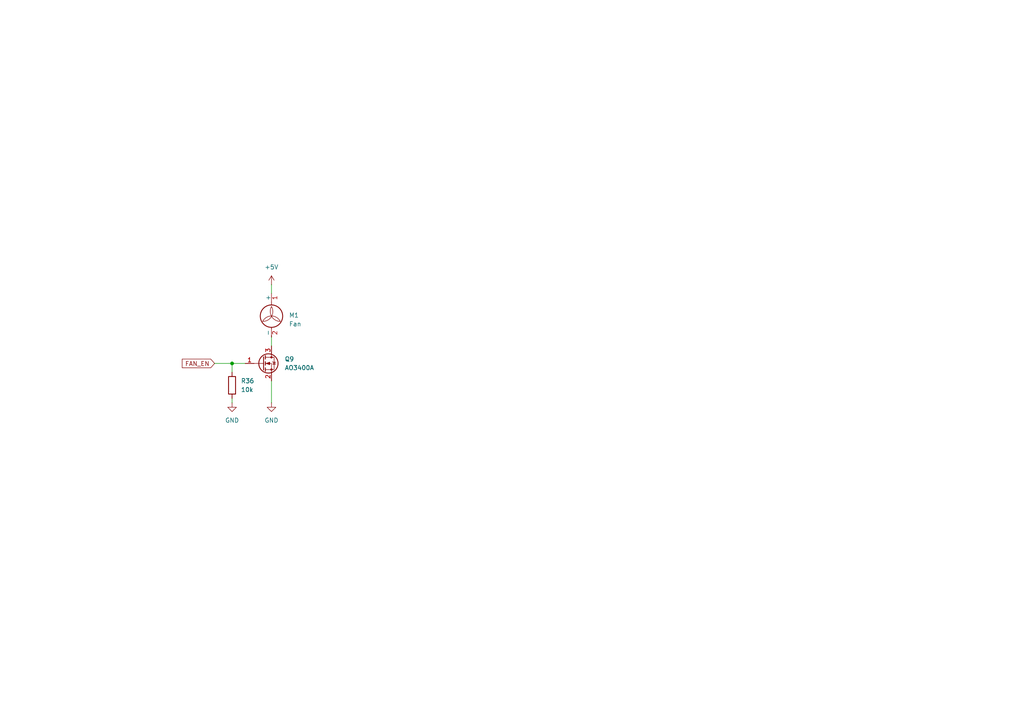
<source format=kicad_sch>
(kicad_sch (version 20231120) (generator "eeschema") (generator_version "8.0")
  (paper "A4")
  (lib_symbols
    (symbol "Device:R" (pin_numbers hide) (pin_names (offset 0))
      (property "Reference" "R" (at 2.032 0 90))
      (property "Value" "R" (at 0 0 90))
      (symbol "R_0_1"
        (rectangle (start -1.016 -2.54) (end 1.016 2.54) (stroke (width 0.254)))
      )
      (symbol "R_1_1"
        (pin passive line (at 0 3.81 270) (length 1.27) (name "~") (number "1"))
        (pin passive line (at 0 -3.81 90) (length 1.27) (name "~") (number "2"))
      )
    )
    (symbol "Motor:Fan" (pin_names (offset 0))
      (property "Reference" "M" (at 2.54 5.08 0))
      (property "Value" "Fan" (at 2.54 -2.54 0))
      (symbol "Fan_0_1"
        (arc (start -2.54 -0.508) (mid 0.0028 0.9121) (end 0 3.81))
        (polyline (pts (xy 0 -5.08) (xy 0 -4.572)))
        (polyline (pts (xy 0 -2.2352) (xy 0 -2.6416)))
        (polyline (pts (xy 0 4.2672) (xy 0 4.6228)))
        (polyline (pts (xy 0 4.572) (xy 0 5.08)))
        (circle (center 0 1.016) (radius 3.2512) (stroke (width 0.254)))
        (arc (start 0 3.81) (mid 0.053 0.921) (end 2.54 -0.508))
        (arc (start 2.54 -0.508) (mid 0 1.0618) (end -2.54 -0.508))
      )
      (symbol "Fan_1_1"
        (pin passive line (at 0 7.62 270) (length 2.54) (name "+") (number "1"))
        (pin passive line (at 0 -5.08 90) (length 2.54) (name "-") (number "2"))
      )
    )
    (symbol "Transistor_FET:AO3400A" (pin_names hide)
      (property "Reference" "Q" (at 5.08 1.905 0))
      (property "Value" "AO3400A" (at 5.08 0 0))
      (symbol "AO3400A_0_1"
        (polyline (pts (xy 0.254 0) (xy -2.54 0)))
        (polyline (pts (xy 0.254 1.905) (xy 0.254 -1.905)) (stroke (width 0.254)))
        (polyline (pts (xy 0.762 -1.27) (xy 0.762 -2.286)) (stroke (width 0.254)))
        (polyline (pts (xy 0.762 0.508) (xy 0.762 -0.508)) (stroke (width 0.254)))
        (polyline (pts (xy 0.762 2.286) (xy 0.762 1.27)) (stroke (width 0.254)))
        (polyline (pts (xy 2.54 2.54) (xy 2.54 1.778)))
        (polyline (pts (xy 2.54 -2.54) (xy 2.54 0) (xy 0.762 0)))
        (polyline (pts (xy 0.762 -1.778) (xy 3.302 -1.778) (xy 3.302 1.778) (xy 0.762 1.778)))
        (polyline (pts (xy 1.016 0) (xy 2.032 0.381) (xy 2.032 -0.381) (xy 1.016 0)) (fill (type outline)))
        (polyline (pts (xy 2.794 0.508) (xy 2.921 0.381) (xy 3.683 0.381) (xy 3.81 0.254)))
        (polyline (pts (xy 3.302 0.381) (xy 2.921 -0.254) (xy 3.683 -0.254) (xy 3.302 0.381)))
        (circle (center 1.651 0) (radius 2.794) (stroke (width 0.254)))
        (circle (center 2.54 -1.778) (radius 0.254) (fill (type outline)))
        (circle (center 2.54 1.778) (radius 0.254) (fill (type outline)))
      )
      (symbol "AO3400A_1_1"
        (pin input line (at -5.08 0 0) (length 2.54) (name "G") (number "1"))
        (pin passive line (at 2.54 -5.08 90) (length 2.54) (name "S") (number "2"))
        (pin passive line (at 2.54 5.08 270) (length 2.54) (name "D") (number "3"))
      )
    )
    (symbol "power:+5V" (power) (pin_numbers hide) (pin_names (offset 0) hide)
      (property "Value" "+5V" (at 0 3.556 0))
      (symbol "+5V_0_1"
        (polyline (pts (xy -0.762 1.27) (xy 0 2.54)))
        (polyline (pts (xy 0 0) (xy 0 2.54)))
        (polyline (pts (xy 0 2.54) (xy 0.762 1.27)))
      )
      (symbol "+5V_1_1"
        (pin power_in line (at 0 0 90) (length 0) (name "~") (number "1"))
      )
    )
    (symbol "power:GND" (power) (pin_numbers hide) (pin_names (offset 0) hide)
      (property "Value" "GND" (at 0 -3.81 0))
      (symbol "GND_0_1"
        (polyline (pts (xy 0 0) (xy 0 -1.27) (xy 1.27 -1.27) (xy 0 -2.54) (xy -1.27 -1.27) (xy 0 -1.27)))
      )
      (symbol "GND_1_1"
        (pin power_in line (at 0 0 270) (length 0) (name "~") (number "1"))
      )
    )
  )
  (junction (at 67.31 105.41))
  (wire (pts (xy 67.31 105.41) (xy 71.12 105.41)))
  (wire (pts (xy 78.74 82.55) (xy 78.74 85.09)))
  (wire (pts (xy 67.31 115.57) (xy 67.31 116.84)))
  (wire (pts (xy 62.23 105.41) (xy 67.31 105.41)))
  (wire (pts (xy 78.74 97.79) (xy 78.74 100.33)))
  (wire (pts (xy 67.31 107.95) (xy 67.31 105.41)))
  (wire (pts (xy 78.74 110.49) (xy 78.74 116.84)))
  (global_label "FAN_EN" (shape input) (at 62.23 105.41 180) (property "Intersheetrefs" "${INTERSHEET_REFS}" (effects (hide yes))))
  (symbol (lib_id "power:GND") (at 78.74 116.84 0) (unit 1)
    (property "Reference" "#PWR066" (effects (hide yes)))
    (property "Value" "GND" (at 78.74 121.92 0))
    (property "Description" "Power symbol creates a global label with name \"GND\" , ground" (effects (hide yes)))
  )
  (symbol (lib_id "Transistor_FET:AO3400A") (at 76.2 105.41 0) (unit 1)
    (property "Reference" "Q9" (at 82.55 104.1399 0) (effects (justify left)))
    (property "Value" "AO3400A" (at 82.55 106.6799 0) (effects (justify left)))
    (property "Footprint" "Package_TO_SOT_SMD:SOT-23" (effects (hide yes)))
    (property "Datasheet" "http://www.aosmd.com/pdfs/datasheet/AO3400A.pdf" (effects (hide yes)))
    (property "Description" "30V Vds, 5.7A Id, N-Channel MOSFET, SOT-23" (effects (hide yes)))
  )
  (symbol (lib_id "power:+5V") (at 78.74 82.55 0) (unit 1)
    (property "Reference" "#PWR061" (effects (hide yes)))
    (property "Value" "+5V" (at 78.74 77.47 0))
    (property "Description" "Power symbol creates a global label with name \"+5V\"" (effects (hide yes)))
  )
  (symbol (lib_id "power:GND") (at 67.31 116.84 0) (unit 1)
    (property "Reference" "#PWR067" (effects (hide yes)))
    (property "Value" "GND" (at 67.31 121.92 0))
    (property "Description" "Power symbol creates a global label with name \"GND\" , ground" (effects (hide yes)))
  )
  (symbol (lib_id "Device:R") (at 67.31 111.76 180) (unit 1)
    (property "Reference" "R36" (at 69.85 110.4899 0) (effects (justify right)))
    (property "Value" "10k" (at 69.85 113.0299 0) (effects (justify right)))
    (property "Description" "Resistor" (effects (hide yes)))
  )
  (symbol (lib_id "Motor:Fan") (at 78.74 92.71 0) (unit 1)
    (property "Reference" "M1" (at 83.82 91.4399 0) (effects (justify left)))
    (property "Value" "Fan" (at 83.82 93.9799 0) (effects (justify left)))
    (property "Description" "Fan" (effects (hide yes)))
  )
)
</source>
